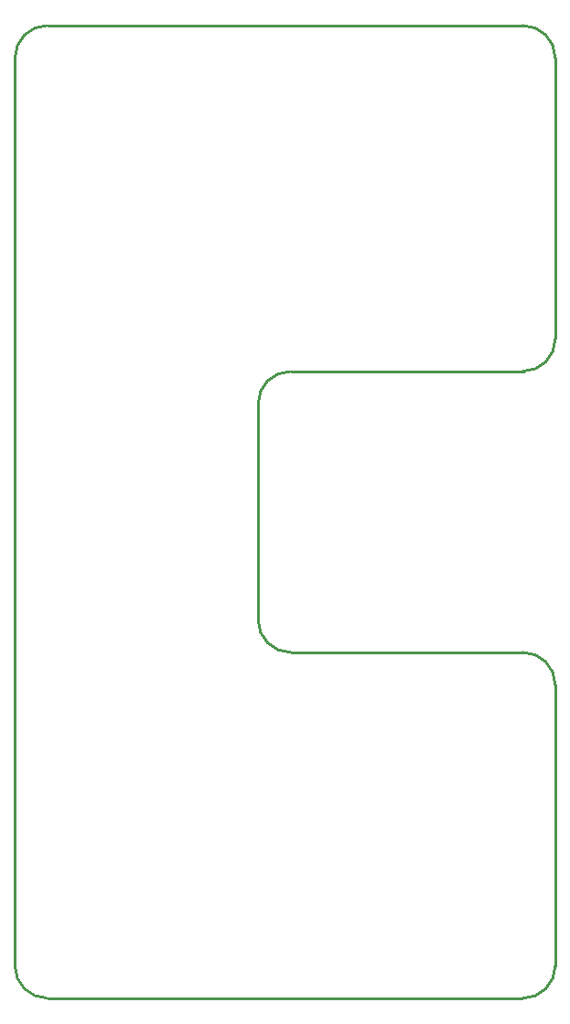
<source format=gko>
G04 Layer: BoardOutlineLayer*
G04 EasyEDA v6.5.15, 2022-09-14 21:09:58*
G04 b6703ba792d845058589b0d9c50fe8b8,8325645c73b1497a9d20913bdd0b9c8b,10*
G04 Gerber Generator version 0.2*
G04 Scale: 100 percent, Rotated: No, Reflected: No *
G04 Dimensions in millimeters *
G04 leading zeros omitted , absolute positions ,4 integer and 5 decimal *
%FSLAX45Y45*%
%MOMM*%

%ADD10C,0.2540*%
D10*
X2549994Y-1299997D02*
G01*
X4699990Y-1299997D01*
X2549994Y1299997D02*
G01*
X4711700Y1299997D01*
X2249995Y999997D02*
G01*
X2249995Y-999997D01*
X4999990Y-1599996D02*
G01*
X4999990Y-4203700D01*
X4999990Y4199991D02*
G01*
X4999990Y1599996D01*
X0Y-4199991D02*
G01*
X0Y4199991D01*
X4699990Y-4499990D02*
G01*
X299999Y-4499990D01*
X299999Y4499990D02*
G01*
X4699990Y4499990D01*
G75*
G01*
X4699991Y4499991D02*
G02*
X4999990Y4199992I0J-299999D01*
G75*
G01*
X4999990Y-4199992D02*
G02*
X4699991Y-4499991I-299999J0D01*
G75*
G01*
X299999Y-4499991D02*
G02*
X0Y-4199992I0J299999D01*
G75*
G01*
X0Y4199992D02*
G02*
X299999Y4499991I299999J0D01*
G75*
G01*
X4699991Y1299997D02*
G03*
X4999990Y1599997I0J300000D01*
G75*
G01*
X4999990Y-1599997D02*
G03*
X4699991Y-1299997I-299999J0D01*
G75*
G01*
X2549995Y1299997D02*
G03*
X2249996Y999998I0J-299999D01*
G75*
G01*
X2249996Y-999998D02*
G03*
X2549995Y-1299997I299999J0D01*

%LPD*%
M02*

</source>
